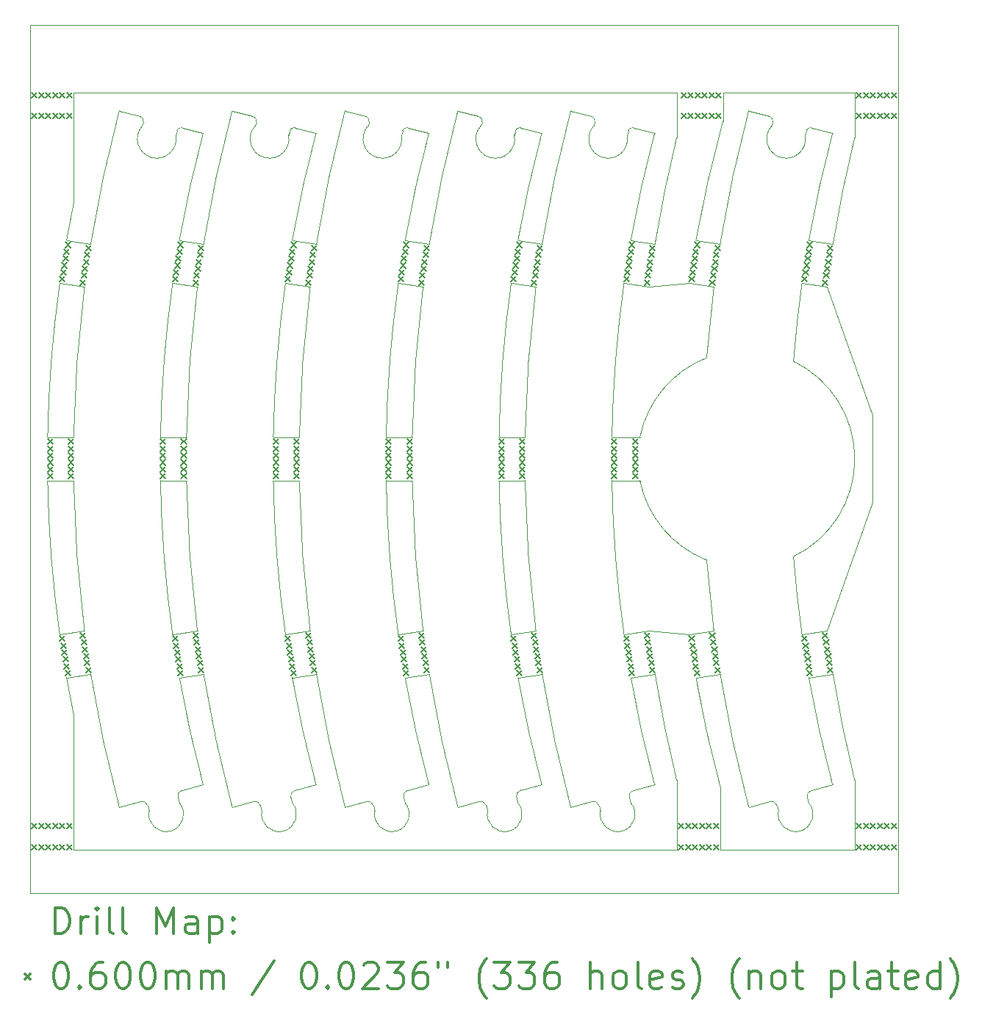
<source format=gbr>
%FSLAX45Y45*%
G04 Gerber Fmt 4.5, Leading zero omitted, Abs format (unit mm)*
G04 Created by KiCad (PCBNEW (5.1.10)-1) date 2021-11-24 21:39:01*
%MOMM*%
%LPD*%
G01*
G04 APERTURE LIST*
%TA.AperFunction,Profile*%
%ADD10C,0.050000*%
%TD*%
%ADD11C,0.200000*%
%ADD12C,0.300000*%
G04 APERTURE END LIST*
D10*
X5500661Y-7060137D02*
X5500000Y-5780000D01*
X5500000Y-14500000D02*
X5500662Y-12939863D01*
X12950000Y-14500000D02*
X12948298Y-13770458D01*
X12980000Y-5780000D02*
X12980963Y-6110268D01*
X12950000Y-14500000D02*
X14500000Y-14500000D01*
X12450000Y-14500000D02*
X12447729Y-13700558D01*
X12447729Y-13700558D02*
G75*
G02*
X12198377Y-12474939I15052271J3700558D01*
G01*
X12948298Y-13770458D02*
G75*
G02*
X12669991Y-12519001I14001702J3770458D01*
G01*
X12980000Y-5780000D02*
X14500000Y-5780000D01*
X12980963Y-6110268D02*
G75*
G03*
X12669991Y-7480998I13969037J-3889732D01*
G01*
X12447729Y-6299442D02*
G75*
G03*
X12198377Y-7525061I15052271J-3700558D01*
G01*
X12450000Y-5780000D02*
X12447729Y-6299442D01*
X14500000Y-14500000D02*
X14497729Y-13700558D01*
X14500000Y-5780000D02*
X14497729Y-6299442D01*
X15000000Y-5000000D02*
X15000000Y-15000000D01*
X5000000Y-5000000D02*
X15000000Y-5000000D01*
X5000000Y-15000000D02*
X5000000Y-5000000D01*
X15000000Y-15000000D02*
X5000000Y-15000000D01*
X5500000Y-14500000D02*
X12450000Y-14500000D01*
X5500000Y-5780000D02*
X12450000Y-5780000D01*
X14700000Y-9500000D02*
X14176489Y-8020063D01*
X14700000Y-10500000D02*
X14700000Y-9500000D01*
X14176489Y-11979937D02*
X14700000Y-10500000D01*
X14497729Y-6299442D02*
G75*
G03*
X14248377Y-7525061I15052271J-3700558D01*
G01*
X14497730Y-13700558D02*
G75*
G02*
X14248377Y-12474939I15052270J3700558D01*
G01*
X14176489Y-11979937D02*
X13891607Y-12024982D01*
X13793223Y-8874999D02*
G75*
G02*
X13891617Y-7974946I14456777J-1125001D01*
G01*
X13969991Y-7480998D02*
X14248377Y-7525061D01*
X13891607Y-12024982D02*
G75*
G02*
X13793223Y-11125001I14358393J2024982D01*
G01*
X13891617Y-7974946D02*
X14176489Y-8020063D01*
X14242963Y-13750590D02*
G75*
G02*
X13969992Y-12519001I14007037J3750590D01*
G01*
X14248377Y-12474939D02*
X13969991Y-12519001D01*
X13969991Y-7480998D02*
G75*
G02*
X14242963Y-6249410I14280009J-2519002D01*
G01*
X5626489Y-11979937D02*
X5341607Y-12024982D01*
X5501533Y-9749993D02*
G75*
G02*
X5626489Y-8020063I15498467J-250008D01*
G01*
X5201672Y-9749994D02*
G75*
G02*
X5341617Y-7974946I14498328J-250006D01*
G01*
X5419991Y-7480998D02*
X5698377Y-7525061D01*
X5341607Y-12024982D02*
G75*
G02*
X5201672Y-10250000I14358393J2024982D01*
G01*
X5626489Y-11979937D02*
G75*
G02*
X5501533Y-10250000I15373511J1979937D01*
G01*
X6027037Y-14009409D02*
G75*
G02*
X5698377Y-12474939I14972963J4009409D01*
G01*
X5341617Y-7974946D02*
X5626489Y-8020063D01*
X5501533Y-9749993D02*
X5201672Y-9749994D01*
X5500662Y-12939863D02*
G75*
G02*
X5419992Y-12519001I14199339J2939863D01*
G01*
X5698377Y-12474939D02*
X5419992Y-12519001D01*
X5201672Y-10250000D02*
X5501533Y-10250000D01*
X5698377Y-7525061D02*
G75*
G02*
X6027037Y-5990590I15301623J-2474939D01*
G01*
X5500661Y-7060137D02*
G75*
G03*
X5419991Y-7480998I14199339J-2939863D01*
G01*
X12591607Y-12024982D02*
X12126489Y-11979937D01*
X12591617Y-7974946D02*
X12126489Y-8020063D01*
X12023825Y-10250036D02*
G75*
G03*
X12793368Y-11165123I1226175J250036D01*
G01*
X12876489Y-11979937D02*
X12591607Y-12024982D01*
X12793368Y-8834877D02*
G75*
G02*
X12876489Y-8020063I15456632J-1165123D01*
G01*
X12669991Y-7480998D02*
X12948377Y-7525061D01*
X12876489Y-11979937D02*
G75*
G02*
X12793368Y-11165123I15373511J1979937D01*
G01*
X13277037Y-14009409D02*
G75*
G02*
X12948377Y-12474939I14972963J4009409D01*
G01*
X12591617Y-7974946D02*
X12876489Y-8020063D01*
X12948377Y-12474939D02*
X12669991Y-12519001D01*
X12948377Y-7525061D02*
G75*
G02*
X13277037Y-5990590I15301623J-2474939D01*
G01*
X12126489Y-11979937D02*
X11841607Y-12024982D01*
X11701672Y-9749994D02*
G75*
G02*
X11841617Y-7974946I14498328J-250006D01*
G01*
X11919991Y-7480998D02*
X12198377Y-7525061D01*
X11841607Y-12024982D02*
G75*
G02*
X11701672Y-10250000I14358393J2024982D01*
G01*
X11841617Y-7974946D02*
X12126489Y-8020063D01*
X12023811Y-9750030D02*
X11701672Y-9749994D01*
X12192963Y-13750590D02*
G75*
G02*
X11919992Y-12519001I14007037J3750590D01*
G01*
X12198377Y-12474939D02*
X11919991Y-12519001D01*
X11701672Y-10250000D02*
X12023825Y-10250036D01*
X11919991Y-7480998D02*
G75*
G02*
X12192963Y-6249410I14280009J-2519002D01*
G01*
X10826489Y-11979937D02*
X10541607Y-12024982D01*
X10701533Y-9749993D02*
G75*
G02*
X10826489Y-8020063I15498467J-250008D01*
G01*
X10401672Y-9749994D02*
G75*
G02*
X10541617Y-7974946I14498328J-250006D01*
G01*
X10619991Y-7480998D02*
X10898377Y-7525061D01*
X10541607Y-12024982D02*
G75*
G02*
X10401672Y-10250000I14358393J2024982D01*
G01*
X10826489Y-11979937D02*
G75*
G02*
X10701533Y-10250000I15373511J1979937D01*
G01*
X11227037Y-14009409D02*
G75*
G02*
X10898377Y-12474939I14972963J4009409D01*
G01*
X10541617Y-7974946D02*
X10826489Y-8020063D01*
X10701533Y-9749993D02*
X10401672Y-9749994D01*
X10892963Y-13750590D02*
G75*
G02*
X10619992Y-12519001I14007037J3750590D01*
G01*
X10898377Y-12474939D02*
X10619992Y-12519001D01*
X10401672Y-10250000D02*
X10701533Y-10250000D01*
X10898377Y-7525061D02*
G75*
G02*
X11227037Y-5990590I15301623J-2474939D01*
G01*
X10619991Y-7480998D02*
G75*
G02*
X10892963Y-6249410I14280009J-2519002D01*
G01*
X9526489Y-11979937D02*
X9241607Y-12024982D01*
X9401533Y-9749993D02*
G75*
G02*
X9526489Y-8020063I15498467J-250008D01*
G01*
X9101672Y-9749994D02*
G75*
G02*
X9241617Y-7974946I14498328J-250006D01*
G01*
X9319991Y-7480998D02*
X9598377Y-7525061D01*
X9241607Y-12024982D02*
G75*
G02*
X9101672Y-10250000I14358393J2024982D01*
G01*
X9526489Y-11979937D02*
G75*
G02*
X9401533Y-10250000I15373511J1979937D01*
G01*
X9927037Y-14009409D02*
G75*
G02*
X9598377Y-12474939I14972963J4009409D01*
G01*
X9241617Y-7974946D02*
X9526489Y-8020063D01*
X9401533Y-9749993D02*
X9101672Y-9749994D01*
X9592963Y-13750590D02*
G75*
G02*
X9319992Y-12519001I14007037J3750590D01*
G01*
X9598377Y-12474939D02*
X9319992Y-12519001D01*
X9101672Y-10250000D02*
X9401533Y-10250000D01*
X9598377Y-7525061D02*
G75*
G02*
X9927037Y-5990590I15301623J-2474939D01*
G01*
X9319991Y-7480998D02*
G75*
G02*
X9592963Y-6249410I14280009J-2519002D01*
G01*
X8226489Y-11979937D02*
X7941607Y-12024982D01*
X8101533Y-9749993D02*
G75*
G02*
X8226489Y-8020063I15498467J-250008D01*
G01*
X7801672Y-9749994D02*
G75*
G02*
X7941617Y-7974946I14498328J-250006D01*
G01*
X8019991Y-7480998D02*
X8298377Y-7525061D01*
X7941607Y-12024982D02*
G75*
G02*
X7801672Y-10250000I14358393J2024982D01*
G01*
X8226489Y-11979937D02*
G75*
G02*
X8101533Y-10250000I15373511J1979937D01*
G01*
X8627037Y-14009409D02*
G75*
G02*
X8298377Y-12474939I14972963J4009409D01*
G01*
X7941617Y-7974946D02*
X8226489Y-8020063D01*
X8101533Y-9749993D02*
X7801672Y-9749994D01*
X8292963Y-13750590D02*
G75*
G02*
X8019992Y-12519001I14007037J3750590D01*
G01*
X8298377Y-12474939D02*
X8019991Y-12519001D01*
X7801672Y-10250000D02*
X8101533Y-10250000D01*
X8298377Y-7525061D02*
G75*
G02*
X8627037Y-5990590I15301623J-2474939D01*
G01*
X8019991Y-7480998D02*
G75*
G02*
X8292963Y-6249410I14280009J-2519002D01*
G01*
X7327037Y-14009409D02*
G75*
G02*
X6998377Y-12474939I14972963J4009409D01*
G01*
X6992963Y-13750590D02*
G75*
G02*
X6719992Y-12519001I14007037J3750590D01*
G01*
X6998377Y-12474939D02*
X6719991Y-12519001D01*
X6926489Y-11979937D02*
X6641607Y-12024982D01*
X6926489Y-11979937D02*
G75*
G02*
X6801533Y-10250000I15373511J1979937D01*
G01*
X6641607Y-12024982D02*
G75*
G02*
X6501672Y-10250000I14358393J2024982D01*
G01*
X6501672Y-10250000D02*
X6801533Y-10250000D01*
X6801533Y-9749993D02*
G75*
G02*
X6926489Y-8020063I15498467J-250008D01*
G01*
X6501672Y-9749994D02*
G75*
G02*
X6641617Y-7974946I14498328J-250006D01*
G01*
X6641617Y-7974946D02*
X6926489Y-8020063D01*
X6719991Y-7480998D02*
X6998377Y-7525061D01*
X6801533Y-9749993D02*
X6501672Y-9749994D01*
X11877303Y-6268356D02*
G75*
G02*
X11490933Y-6164829I-219067J-44829D01*
G01*
X11890244Y-6220060D02*
X11877303Y-6268356D01*
X12192963Y-6249410D02*
X11951481Y-6184705D01*
X11468518Y-6055295D02*
X11227037Y-5990590D01*
X11890244Y-6220060D02*
G75*
G02*
X11951481Y-6184705I48296J-12941D01*
G01*
X11468518Y-6055295D02*
G75*
G02*
X11503874Y-6116532I-12941J-48296D01*
G01*
X11490933Y-6164829D02*
X11503874Y-6116532D01*
X11917513Y-13958983D02*
G75*
G02*
X11569780Y-14052158I-150573J-133521D01*
G01*
X11901984Y-13901027D02*
G75*
G02*
X11951481Y-13815295I67615J18117D01*
G01*
X11569780Y-14052158D02*
X11554251Y-13994202D01*
X11468518Y-13944705D02*
X11227037Y-14009410D01*
X11901984Y-13901027D02*
X11917513Y-13958983D01*
X11468518Y-13944705D02*
G75*
G02*
X11554251Y-13994202I18118J-67615D01*
G01*
X12192963Y-13750590D02*
X11951481Y-13815295D01*
X13793223Y-8874999D02*
G75*
G02*
X13793223Y-11125001I-543224J-1125001D01*
G01*
X12023811Y-9750030D02*
G75*
G02*
X12793368Y-8834877I1226189J-249970D01*
G01*
X6998377Y-7525061D02*
G75*
G02*
X7327037Y-5990590I15301623J-2474939D01*
G01*
X14242963Y-13750590D02*
X14001481Y-13815295D01*
X13619780Y-14052158D02*
X13604251Y-13994202D01*
X13951984Y-13901027D02*
X13967513Y-13958983D01*
X13518518Y-13944705D02*
G75*
G02*
X13604251Y-13994202I18118J-67615D01*
G01*
X13518518Y-13944705D02*
X13277037Y-14009410D01*
X13967513Y-13958983D02*
G75*
G02*
X13619780Y-14052158I-150573J-133521D01*
G01*
X13951984Y-13901027D02*
G75*
G02*
X14001481Y-13815295I67615J18117D01*
G01*
X10892963Y-13750590D02*
X10651482Y-13815295D01*
X10269780Y-14052158D02*
X10254251Y-13994202D01*
X10601984Y-13901027D02*
X10617513Y-13958983D01*
X10168518Y-13944705D02*
G75*
G02*
X10254251Y-13994202I18118J-67615D01*
G01*
X10168519Y-13944705D02*
X9927037Y-14009410D01*
X10617513Y-13958983D02*
G75*
G02*
X10269780Y-14052158I-150573J-133521D01*
G01*
X10601984Y-13901027D02*
G75*
G02*
X10651482Y-13815295I67615J18117D01*
G01*
X9592963Y-13750590D02*
X9351482Y-13815295D01*
X8969780Y-14052158D02*
X8954251Y-13994202D01*
X9301984Y-13901027D02*
X9317513Y-13958983D01*
X8868518Y-13944705D02*
G75*
G02*
X8954251Y-13994202I18118J-67615D01*
G01*
X8868519Y-13944705D02*
X8627037Y-14009410D01*
X9317513Y-13958983D02*
G75*
G02*
X8969780Y-14052158I-150573J-133521D01*
G01*
X9301984Y-13901027D02*
G75*
G02*
X9351482Y-13815295I67615J18117D01*
G01*
X8292963Y-13750590D02*
X8051481Y-13815295D01*
X7669780Y-14052158D02*
X7654251Y-13994202D01*
X8001984Y-13901027D02*
X8017513Y-13958983D01*
X7568518Y-13944705D02*
G75*
G02*
X7654251Y-13994202I18118J-67615D01*
G01*
X7568518Y-13944705D02*
X7327037Y-14009410D01*
X8017513Y-13958983D02*
G75*
G02*
X7669780Y-14052158I-150573J-133521D01*
G01*
X8001984Y-13901027D02*
G75*
G02*
X8051481Y-13815295I67615J18117D01*
G01*
X13940244Y-6220060D02*
X13927303Y-6268356D01*
X14242963Y-6249410D02*
X14001481Y-6184705D01*
X13540933Y-6164829D02*
X13553874Y-6116532D01*
X13927303Y-6268356D02*
G75*
G02*
X13540933Y-6164829I-219067J-44829D01*
G01*
X13518518Y-6055295D02*
X13277037Y-5990590D01*
X13940244Y-6220060D02*
G75*
G02*
X14001481Y-6184705I48296J-12941D01*
G01*
X13518518Y-6055295D02*
G75*
G02*
X13553874Y-6116532I-12941J-48296D01*
G01*
X10590244Y-6220060D02*
X10577303Y-6268356D01*
X10892963Y-6249410D02*
X10651482Y-6184705D01*
X10190933Y-6164829D02*
X10203874Y-6116532D01*
X10577303Y-6268356D02*
G75*
G02*
X10190933Y-6164829I-219067J-44829D01*
G01*
X10168519Y-6055295D02*
X9927037Y-5990590D01*
X10590244Y-6220060D02*
G75*
G02*
X10651482Y-6184705I48296J-12941D01*
G01*
X10168518Y-6055295D02*
G75*
G02*
X10203874Y-6116532I-12941J-48296D01*
G01*
X9290244Y-6220060D02*
X9277303Y-6268356D01*
X9592963Y-6249410D02*
X9351482Y-6184705D01*
X8890933Y-6164829D02*
X8903874Y-6116532D01*
X9277303Y-6268356D02*
G75*
G02*
X8890933Y-6164829I-219067J-44829D01*
G01*
X8868519Y-6055295D02*
X8627037Y-5990590D01*
X9290244Y-6220060D02*
G75*
G02*
X9351482Y-6184705I48296J-12941D01*
G01*
X8868518Y-6055295D02*
G75*
G02*
X8903874Y-6116532I-12941J-48296D01*
G01*
X7990244Y-6220060D02*
X7977303Y-6268356D01*
X8292963Y-6249410D02*
X8051481Y-6184705D01*
X7590933Y-6164829D02*
X7603874Y-6116532D01*
X7977303Y-6268356D02*
G75*
G02*
X7590933Y-6164829I-219067J-44829D01*
G01*
X7568518Y-6055295D02*
X7327037Y-5990590D01*
X7990244Y-6220060D02*
G75*
G02*
X8051481Y-6184705I48296J-12941D01*
G01*
X7568518Y-6055295D02*
G75*
G02*
X7603874Y-6116532I-12941J-48296D01*
G01*
X6717513Y-13958983D02*
G75*
G02*
X6369780Y-14052158I-150573J-133521D01*
G01*
X6268518Y-13944705D02*
X6027037Y-14009410D01*
X6268518Y-13944705D02*
G75*
G02*
X6354251Y-13994202I18118J-67615D01*
G01*
X6369780Y-14052158D02*
X6354251Y-13994202D01*
X6701984Y-13901027D02*
X6717513Y-13958983D01*
X6701984Y-13901027D02*
G75*
G02*
X6751481Y-13815295I67615J18117D01*
G01*
X6992963Y-13750590D02*
X6751481Y-13815295D01*
X6268518Y-6055295D02*
X6027037Y-5990590D01*
X6268518Y-6055295D02*
G75*
G02*
X6303874Y-6116532I-12941J-48296D01*
G01*
X6290933Y-6164829D02*
X6303874Y-6116532D01*
X6677303Y-6268356D02*
G75*
G02*
X6290933Y-6164829I-219067J-44829D01*
G01*
X6690244Y-6220060D02*
X6677303Y-6268356D01*
X6690244Y-6220060D02*
G75*
G02*
X6751481Y-6184705I48296J-12941D01*
G01*
X6992963Y-6249410D02*
X6751481Y-6184705D01*
X6719991Y-7480998D02*
G75*
G02*
X6992963Y-6249410I14280009J-2519002D01*
G01*
D11*
X5020000Y-5780000D02*
X5080000Y-5840000D01*
X5080000Y-5780000D02*
X5020000Y-5840000D01*
X5020000Y-6020000D02*
X5080000Y-6080000D01*
X5080000Y-6020000D02*
X5020000Y-6080000D01*
X5020000Y-14200000D02*
X5080000Y-14260000D01*
X5080000Y-14200000D02*
X5020000Y-14260000D01*
X5020000Y-14440000D02*
X5080000Y-14500000D01*
X5080000Y-14440000D02*
X5020000Y-14500000D01*
X5100000Y-5780000D02*
X5160000Y-5840000D01*
X5160000Y-5780000D02*
X5100000Y-5840000D01*
X5100000Y-6020000D02*
X5160000Y-6080000D01*
X5160000Y-6020000D02*
X5100000Y-6080000D01*
X5100000Y-14200000D02*
X5160000Y-14260000D01*
X5160000Y-14200000D02*
X5100000Y-14260000D01*
X5100000Y-14440000D02*
X5160000Y-14500000D01*
X5160000Y-14440000D02*
X5100000Y-14500000D01*
X5180000Y-5780000D02*
X5240000Y-5840000D01*
X5240000Y-5780000D02*
X5180000Y-5840000D01*
X5180000Y-6020000D02*
X5240000Y-6080000D01*
X5240000Y-6020000D02*
X5180000Y-6080000D01*
X5180000Y-14200000D02*
X5240000Y-14260000D01*
X5240000Y-14200000D02*
X5180000Y-14260000D01*
X5180000Y-14440000D02*
X5240000Y-14500000D01*
X5240000Y-14440000D02*
X5180000Y-14500000D01*
X5200000Y-9770000D02*
X5260000Y-9830000D01*
X5260000Y-9770000D02*
X5200000Y-9830000D01*
X5200000Y-9850000D02*
X5260000Y-9910000D01*
X5260000Y-9850000D02*
X5200000Y-9910000D01*
X5200000Y-9930000D02*
X5260000Y-9990000D01*
X5260000Y-9930000D02*
X5200000Y-9990000D01*
X5200000Y-10010000D02*
X5260000Y-10070000D01*
X5260000Y-10010000D02*
X5200000Y-10070000D01*
X5200000Y-10090000D02*
X5260000Y-10150000D01*
X5260000Y-10090000D02*
X5200000Y-10150000D01*
X5200000Y-10170000D02*
X5260000Y-10230000D01*
X5260000Y-10170000D02*
X5200000Y-10230000D01*
X5260000Y-5780000D02*
X5320000Y-5840000D01*
X5320000Y-5780000D02*
X5260000Y-5840000D01*
X5260000Y-6020000D02*
X5320000Y-6080000D01*
X5320000Y-6020000D02*
X5260000Y-6080000D01*
X5260000Y-14200000D02*
X5320000Y-14260000D01*
X5320000Y-14200000D02*
X5260000Y-14260000D01*
X5260000Y-14440000D02*
X5320000Y-14500000D01*
X5320000Y-14440000D02*
X5260000Y-14500000D01*
X5340000Y-5780000D02*
X5400000Y-5840000D01*
X5400000Y-5780000D02*
X5340000Y-5840000D01*
X5340000Y-6020000D02*
X5400000Y-6080000D01*
X5400000Y-6020000D02*
X5340000Y-6080000D01*
X5340000Y-14200000D02*
X5400000Y-14260000D01*
X5400000Y-14200000D02*
X5340000Y-14260000D01*
X5340000Y-14440000D02*
X5400000Y-14500000D01*
X5400000Y-14440000D02*
X5340000Y-14500000D01*
X5340191Y-7898765D02*
X5400191Y-7958765D01*
X5400191Y-7898765D02*
X5340191Y-7958765D01*
X5340191Y-12041234D02*
X5400191Y-12101234D01*
X5400191Y-12041234D02*
X5340191Y-12101234D01*
X5352705Y-7819750D02*
X5412705Y-7879750D01*
X5412705Y-7819750D02*
X5352705Y-7879750D01*
X5352705Y-12120249D02*
X5412705Y-12180249D01*
X5412705Y-12120249D02*
X5352705Y-12180249D01*
X5365220Y-7740735D02*
X5425220Y-7800735D01*
X5425220Y-7740735D02*
X5365220Y-7800735D01*
X5365220Y-12199265D02*
X5425220Y-12259265D01*
X5425220Y-12199265D02*
X5365220Y-12259265D01*
X5377735Y-7661720D02*
X5437735Y-7721720D01*
X5437735Y-7661720D02*
X5377735Y-7721720D01*
X5377735Y-12278280D02*
X5437735Y-12338280D01*
X5437735Y-12278280D02*
X5377735Y-12338280D01*
X5390250Y-7582705D02*
X5450250Y-7642705D01*
X5450250Y-7582705D02*
X5390250Y-7642705D01*
X5390250Y-12357295D02*
X5450250Y-12417295D01*
X5450250Y-12357295D02*
X5390250Y-12417295D01*
X5402764Y-7503690D02*
X5462764Y-7563690D01*
X5462764Y-7503690D02*
X5402764Y-7563690D01*
X5402764Y-12436310D02*
X5462764Y-12496310D01*
X5462764Y-12436310D02*
X5402764Y-12496310D01*
X5420000Y-5780000D02*
X5480000Y-5840000D01*
X5480000Y-5780000D02*
X5420000Y-5840000D01*
X5420000Y-6020000D02*
X5480000Y-6080000D01*
X5480000Y-6020000D02*
X5420000Y-6080000D01*
X5420000Y-14200000D02*
X5480000Y-14260000D01*
X5480000Y-14200000D02*
X5420000Y-14260000D01*
X5420000Y-14440000D02*
X5480000Y-14500000D01*
X5480000Y-14440000D02*
X5420000Y-14500000D01*
X5440000Y-9770000D02*
X5500000Y-9830000D01*
X5500000Y-9770000D02*
X5440000Y-9830000D01*
X5440000Y-9850000D02*
X5500000Y-9910000D01*
X5500000Y-9850000D02*
X5440000Y-9910000D01*
X5440000Y-9930000D02*
X5500000Y-9990000D01*
X5500000Y-9930000D02*
X5440000Y-9990000D01*
X5440000Y-10010000D02*
X5500000Y-10070000D01*
X5500000Y-10010000D02*
X5440000Y-10070000D01*
X5440000Y-10090000D02*
X5500000Y-10150000D01*
X5500000Y-10090000D02*
X5440000Y-10150000D01*
X5440000Y-10170000D02*
X5500000Y-10230000D01*
X5500000Y-10170000D02*
X5440000Y-10230000D01*
X5577236Y-7936310D02*
X5637236Y-7996310D01*
X5637236Y-7936310D02*
X5577236Y-7996310D01*
X5577236Y-12003690D02*
X5637236Y-12063690D01*
X5637236Y-12003690D02*
X5577236Y-12063690D01*
X5589751Y-7857295D02*
X5649750Y-7917295D01*
X5649750Y-7857295D02*
X5589751Y-7917295D01*
X5589751Y-12082705D02*
X5649750Y-12142705D01*
X5649750Y-12082705D02*
X5589751Y-12142705D01*
X5602265Y-7778280D02*
X5662265Y-7838280D01*
X5662265Y-7778280D02*
X5602265Y-7838280D01*
X5602265Y-12161720D02*
X5662265Y-12221720D01*
X5662265Y-12161720D02*
X5602265Y-12221720D01*
X5614780Y-7699265D02*
X5674780Y-7759265D01*
X5674780Y-7699265D02*
X5614780Y-7759265D01*
X5614780Y-12240735D02*
X5674780Y-12300735D01*
X5674780Y-12240735D02*
X5614780Y-12300735D01*
X5627295Y-7620249D02*
X5687295Y-7680249D01*
X5687295Y-7620249D02*
X5627295Y-7680249D01*
X5627295Y-12319750D02*
X5687295Y-12379750D01*
X5687295Y-12319750D02*
X5627295Y-12379750D01*
X5639809Y-7541234D02*
X5699809Y-7601234D01*
X5699809Y-7541234D02*
X5639809Y-7601234D01*
X5639809Y-12398765D02*
X5699809Y-12458765D01*
X5699809Y-12398765D02*
X5639809Y-12458765D01*
X6500000Y-9770000D02*
X6560000Y-9830000D01*
X6560000Y-9770000D02*
X6500000Y-9830000D01*
X6500000Y-9850000D02*
X6560000Y-9910000D01*
X6560000Y-9850000D02*
X6500000Y-9910000D01*
X6500000Y-9930000D02*
X6560000Y-9990000D01*
X6560000Y-9930000D02*
X6500000Y-9990000D01*
X6500000Y-10010000D02*
X6560000Y-10070000D01*
X6560000Y-10010000D02*
X6500000Y-10070000D01*
X6500000Y-10090000D02*
X6560000Y-10150000D01*
X6560000Y-10090000D02*
X6500000Y-10150000D01*
X6500000Y-10170000D02*
X6560000Y-10230000D01*
X6560000Y-10170000D02*
X6500000Y-10230000D01*
X6640190Y-7898765D02*
X6700190Y-7958765D01*
X6700190Y-7898765D02*
X6640190Y-7958765D01*
X6640190Y-12041234D02*
X6700190Y-12101234D01*
X6700190Y-12041234D02*
X6640190Y-12101234D01*
X6652705Y-7819750D02*
X6712705Y-7879750D01*
X6712705Y-7819750D02*
X6652705Y-7879750D01*
X6652705Y-12120249D02*
X6712705Y-12180249D01*
X6712705Y-12120249D02*
X6652705Y-12180249D01*
X6665220Y-7740735D02*
X6725220Y-7800735D01*
X6725220Y-7740735D02*
X6665220Y-7800735D01*
X6665220Y-12199265D02*
X6725220Y-12259265D01*
X6725220Y-12199265D02*
X6665220Y-12259265D01*
X6677735Y-7661720D02*
X6737735Y-7721720D01*
X6737735Y-7661720D02*
X6677735Y-7721720D01*
X6677735Y-12278280D02*
X6737735Y-12338280D01*
X6737735Y-12278280D02*
X6677735Y-12338280D01*
X6690249Y-7582705D02*
X6750249Y-7642705D01*
X6750249Y-7582705D02*
X6690249Y-7642705D01*
X6690249Y-12357295D02*
X6750249Y-12417295D01*
X6750249Y-12357295D02*
X6690249Y-12417295D01*
X6702764Y-7503690D02*
X6762764Y-7563690D01*
X6762764Y-7503690D02*
X6702764Y-7563690D01*
X6702764Y-12436310D02*
X6762764Y-12496310D01*
X6762764Y-12436310D02*
X6702764Y-12496310D01*
X6740000Y-9770000D02*
X6800000Y-9830000D01*
X6800000Y-9770000D02*
X6740000Y-9830000D01*
X6740000Y-9850000D02*
X6800000Y-9910000D01*
X6800000Y-9850000D02*
X6740000Y-9910000D01*
X6740000Y-9930000D02*
X6800000Y-9990000D01*
X6800000Y-9930000D02*
X6740000Y-9990000D01*
X6740000Y-10010000D02*
X6800000Y-10070000D01*
X6800000Y-10010000D02*
X6740000Y-10070000D01*
X6740000Y-10090000D02*
X6800000Y-10150000D01*
X6800000Y-10090000D02*
X6740000Y-10150000D01*
X6740000Y-10170000D02*
X6800000Y-10230000D01*
X6800000Y-10170000D02*
X6740000Y-10230000D01*
X6877236Y-7936310D02*
X6937236Y-7996310D01*
X6937236Y-7936310D02*
X6877236Y-7996310D01*
X6877236Y-12003690D02*
X6937236Y-12063690D01*
X6937236Y-12003690D02*
X6877236Y-12063690D01*
X6889750Y-7857295D02*
X6949750Y-7917295D01*
X6949750Y-7857295D02*
X6889750Y-7917295D01*
X6889750Y-12082705D02*
X6949750Y-12142705D01*
X6949750Y-12082705D02*
X6889750Y-12142705D01*
X6902265Y-7778280D02*
X6962265Y-7838280D01*
X6962265Y-7778280D02*
X6902265Y-7838280D01*
X6902265Y-12161720D02*
X6962265Y-12221720D01*
X6962265Y-12161720D02*
X6902265Y-12221720D01*
X6914780Y-7699265D02*
X6974780Y-7759265D01*
X6974780Y-7699265D02*
X6914780Y-7759265D01*
X6914780Y-12240735D02*
X6974780Y-12300735D01*
X6974780Y-12240735D02*
X6914780Y-12300735D01*
X6927295Y-7620249D02*
X6987295Y-7680249D01*
X6987295Y-7620249D02*
X6927295Y-7680249D01*
X6927295Y-12319750D02*
X6987295Y-12379750D01*
X6987295Y-12319750D02*
X6927295Y-12379750D01*
X6939809Y-7541234D02*
X6999809Y-7601234D01*
X6999809Y-7541234D02*
X6939809Y-7601234D01*
X6939809Y-12398765D02*
X6999809Y-12458765D01*
X6999809Y-12398765D02*
X6939809Y-12458765D01*
X7800000Y-9770000D02*
X7860000Y-9830000D01*
X7860000Y-9770000D02*
X7800000Y-9830000D01*
X7800000Y-9850000D02*
X7860000Y-9910000D01*
X7860000Y-9850000D02*
X7800000Y-9910000D01*
X7800000Y-9930000D02*
X7860000Y-9990000D01*
X7860000Y-9930000D02*
X7800000Y-9990000D01*
X7800000Y-10010000D02*
X7860000Y-10070000D01*
X7860000Y-10010000D02*
X7800000Y-10070000D01*
X7800000Y-10090000D02*
X7860000Y-10150000D01*
X7860000Y-10090000D02*
X7800000Y-10150000D01*
X7800000Y-10170000D02*
X7860000Y-10230000D01*
X7860000Y-10170000D02*
X7800000Y-10230000D01*
X7940190Y-7898765D02*
X8000190Y-7958765D01*
X8000190Y-7898765D02*
X7940190Y-7958765D01*
X7940190Y-12041234D02*
X8000190Y-12101234D01*
X8000190Y-12041234D02*
X7940190Y-12101234D01*
X7952705Y-7819750D02*
X8012705Y-7879750D01*
X8012705Y-7819750D02*
X7952705Y-7879750D01*
X7952705Y-12120249D02*
X8012705Y-12180249D01*
X8012705Y-12120249D02*
X7952705Y-12180249D01*
X7965220Y-7740735D02*
X8025220Y-7800735D01*
X8025220Y-7740735D02*
X7965220Y-7800735D01*
X7965220Y-12199265D02*
X8025220Y-12259265D01*
X8025220Y-12199265D02*
X7965220Y-12259265D01*
X7977735Y-7661720D02*
X8037735Y-7721720D01*
X8037735Y-7661720D02*
X7977735Y-7721720D01*
X7977735Y-12278280D02*
X8037735Y-12338280D01*
X8037735Y-12278280D02*
X7977735Y-12338280D01*
X7990249Y-7582705D02*
X8050249Y-7642705D01*
X8050249Y-7582705D02*
X7990249Y-7642705D01*
X7990249Y-12357295D02*
X8050249Y-12417295D01*
X8050249Y-12357295D02*
X7990249Y-12417295D01*
X8002764Y-7503690D02*
X8062764Y-7563690D01*
X8062764Y-7503690D02*
X8002764Y-7563690D01*
X8002764Y-12436310D02*
X8062764Y-12496310D01*
X8062764Y-12436310D02*
X8002764Y-12496310D01*
X8040000Y-9770000D02*
X8100000Y-9830000D01*
X8100000Y-9770000D02*
X8040000Y-9830000D01*
X8040000Y-9850000D02*
X8100000Y-9910000D01*
X8100000Y-9850000D02*
X8040000Y-9910000D01*
X8040000Y-9930000D02*
X8100000Y-9990000D01*
X8100000Y-9930000D02*
X8040000Y-9990000D01*
X8040000Y-10010000D02*
X8100000Y-10070000D01*
X8100000Y-10010000D02*
X8040000Y-10070000D01*
X8040000Y-10090000D02*
X8100000Y-10150000D01*
X8100000Y-10090000D02*
X8040000Y-10150000D01*
X8040000Y-10170000D02*
X8100000Y-10230000D01*
X8100000Y-10170000D02*
X8040000Y-10230000D01*
X8177236Y-7936310D02*
X8237236Y-7996310D01*
X8237236Y-7936310D02*
X8177236Y-7996310D01*
X8177236Y-12003690D02*
X8237236Y-12063690D01*
X8237236Y-12003690D02*
X8177236Y-12063690D01*
X8189750Y-7857295D02*
X8249750Y-7917295D01*
X8249750Y-7857295D02*
X8189750Y-7917295D01*
X8189750Y-12082705D02*
X8249750Y-12142705D01*
X8249750Y-12082705D02*
X8189750Y-12142705D01*
X8202265Y-7778280D02*
X8262265Y-7838280D01*
X8262265Y-7778280D02*
X8202265Y-7838280D01*
X8202265Y-12161720D02*
X8262265Y-12221720D01*
X8262265Y-12161720D02*
X8202265Y-12221720D01*
X8214780Y-7699265D02*
X8274780Y-7759265D01*
X8274780Y-7699265D02*
X8214780Y-7759265D01*
X8214780Y-12240735D02*
X8274780Y-12300735D01*
X8274780Y-12240735D02*
X8214780Y-12300735D01*
X8227295Y-7620249D02*
X8287295Y-7680249D01*
X8287295Y-7620249D02*
X8227295Y-7680249D01*
X8227295Y-12319750D02*
X8287295Y-12379750D01*
X8287295Y-12319750D02*
X8227295Y-12379750D01*
X8239809Y-7541234D02*
X8299809Y-7601234D01*
X8299809Y-7541234D02*
X8239809Y-7601234D01*
X8239809Y-12398765D02*
X8299809Y-12458765D01*
X8299809Y-12398765D02*
X8239809Y-12458765D01*
X9100000Y-9770000D02*
X9160000Y-9830000D01*
X9160000Y-9770000D02*
X9100000Y-9830000D01*
X9100000Y-9850000D02*
X9160000Y-9910000D01*
X9160000Y-9850000D02*
X9100000Y-9910000D01*
X9100000Y-9930000D02*
X9160000Y-9990000D01*
X9160000Y-9930000D02*
X9100000Y-9990000D01*
X9100000Y-10010000D02*
X9160000Y-10070000D01*
X9160000Y-10010000D02*
X9100000Y-10070000D01*
X9100000Y-10090000D02*
X9160000Y-10150000D01*
X9160000Y-10090000D02*
X9100000Y-10150000D01*
X9100000Y-10170000D02*
X9160000Y-10230000D01*
X9160000Y-10170000D02*
X9100000Y-10230000D01*
X9240191Y-7898765D02*
X9300191Y-7958765D01*
X9300191Y-7898765D02*
X9240191Y-7958765D01*
X9240191Y-12041234D02*
X9300191Y-12101234D01*
X9300191Y-12041234D02*
X9240191Y-12101234D01*
X9252705Y-7819750D02*
X9312705Y-7879750D01*
X9312705Y-7819750D02*
X9252705Y-7879750D01*
X9252705Y-12120249D02*
X9312705Y-12180249D01*
X9312705Y-12120249D02*
X9252705Y-12180249D01*
X9265220Y-7740735D02*
X9325220Y-7800735D01*
X9325220Y-7740735D02*
X9265220Y-7800735D01*
X9265220Y-12199265D02*
X9325220Y-12259265D01*
X9325220Y-12199265D02*
X9265220Y-12259265D01*
X9277735Y-7661720D02*
X9337735Y-7721720D01*
X9337735Y-7661720D02*
X9277735Y-7721720D01*
X9277735Y-12278280D02*
X9337735Y-12338280D01*
X9337735Y-12278280D02*
X9277735Y-12338280D01*
X9290250Y-7582705D02*
X9350250Y-7642705D01*
X9350250Y-7582705D02*
X9290250Y-7642705D01*
X9290250Y-12357295D02*
X9350250Y-12417295D01*
X9350250Y-12357295D02*
X9290250Y-12417295D01*
X9302764Y-7503690D02*
X9362764Y-7563690D01*
X9362764Y-7503690D02*
X9302764Y-7563690D01*
X9302764Y-12436310D02*
X9362764Y-12496310D01*
X9362764Y-12436310D02*
X9302764Y-12496310D01*
X9340000Y-9770000D02*
X9400000Y-9830000D01*
X9400000Y-9770000D02*
X9340000Y-9830000D01*
X9340000Y-9850000D02*
X9400000Y-9910000D01*
X9400000Y-9850000D02*
X9340000Y-9910000D01*
X9340000Y-9930000D02*
X9400000Y-9990000D01*
X9400000Y-9930000D02*
X9340000Y-9990000D01*
X9340000Y-10010000D02*
X9400000Y-10070000D01*
X9400000Y-10010000D02*
X9340000Y-10070000D01*
X9340000Y-10090000D02*
X9400000Y-10150000D01*
X9400000Y-10090000D02*
X9340000Y-10150000D01*
X9340000Y-10170000D02*
X9400000Y-10230000D01*
X9400000Y-10170000D02*
X9340000Y-10230000D01*
X9477236Y-7936310D02*
X9537236Y-7996310D01*
X9537236Y-7936310D02*
X9477236Y-7996310D01*
X9477236Y-12003690D02*
X9537236Y-12063690D01*
X9537236Y-12003690D02*
X9477236Y-12063690D01*
X9489751Y-7857295D02*
X9549751Y-7917295D01*
X9549751Y-7857295D02*
X9489751Y-7917295D01*
X9489751Y-12082705D02*
X9549751Y-12142705D01*
X9549751Y-12082705D02*
X9489751Y-12142705D01*
X9502265Y-7778280D02*
X9562265Y-7838280D01*
X9562265Y-7778280D02*
X9502265Y-7838280D01*
X9502265Y-12161720D02*
X9562265Y-12221720D01*
X9562265Y-12161720D02*
X9502265Y-12221720D01*
X9514780Y-7699265D02*
X9574780Y-7759265D01*
X9574780Y-7699265D02*
X9514780Y-7759265D01*
X9514780Y-12240735D02*
X9574780Y-12300735D01*
X9574780Y-12240735D02*
X9514780Y-12300735D01*
X9527295Y-7620249D02*
X9587295Y-7680249D01*
X9587295Y-7620249D02*
X9527295Y-7680249D01*
X9527295Y-12319750D02*
X9587295Y-12379750D01*
X9587295Y-12319750D02*
X9527295Y-12379750D01*
X9539810Y-7541234D02*
X9599810Y-7601234D01*
X9599810Y-7541234D02*
X9539810Y-7601234D01*
X9539810Y-12398765D02*
X9599810Y-12458765D01*
X9599810Y-12398765D02*
X9539810Y-12458765D01*
X10400000Y-9770000D02*
X10460000Y-9830000D01*
X10460000Y-9770000D02*
X10400000Y-9830000D01*
X10400000Y-9850000D02*
X10460000Y-9910000D01*
X10460000Y-9850000D02*
X10400000Y-9910000D01*
X10400000Y-9930000D02*
X10460000Y-9990000D01*
X10460000Y-9930000D02*
X10400000Y-9990000D01*
X10400000Y-10010000D02*
X10460000Y-10070000D01*
X10460000Y-10010000D02*
X10400000Y-10070000D01*
X10400000Y-10090000D02*
X10460000Y-10150000D01*
X10460000Y-10090000D02*
X10400000Y-10150000D01*
X10400000Y-10170000D02*
X10460000Y-10230000D01*
X10460000Y-10170000D02*
X10400000Y-10230000D01*
X10540191Y-7898765D02*
X10600191Y-7958765D01*
X10600191Y-7898765D02*
X10540191Y-7958765D01*
X10540191Y-12041234D02*
X10600191Y-12101234D01*
X10600191Y-12041234D02*
X10540191Y-12101234D01*
X10552705Y-7819750D02*
X10612705Y-7879750D01*
X10612705Y-7819750D02*
X10552705Y-7879750D01*
X10552705Y-12120249D02*
X10612705Y-12180249D01*
X10612705Y-12120249D02*
X10552705Y-12180249D01*
X10565220Y-7740735D02*
X10625220Y-7800735D01*
X10625220Y-7740735D02*
X10565220Y-7800735D01*
X10565220Y-12199265D02*
X10625220Y-12259265D01*
X10625220Y-12199265D02*
X10565220Y-12259265D01*
X10577735Y-7661720D02*
X10637735Y-7721720D01*
X10637735Y-7661720D02*
X10577735Y-7721720D01*
X10577735Y-12278280D02*
X10637735Y-12338280D01*
X10637735Y-12278280D02*
X10577735Y-12338280D01*
X10590250Y-7582705D02*
X10650250Y-7642705D01*
X10650250Y-7582705D02*
X10590250Y-7642705D01*
X10590250Y-12357295D02*
X10650250Y-12417295D01*
X10650250Y-12357295D02*
X10590250Y-12417295D01*
X10602764Y-7503690D02*
X10662764Y-7563690D01*
X10662764Y-7503690D02*
X10602764Y-7563690D01*
X10602764Y-12436310D02*
X10662764Y-12496310D01*
X10662764Y-12436310D02*
X10602764Y-12496310D01*
X10640000Y-9770000D02*
X10700000Y-9830000D01*
X10700000Y-9770000D02*
X10640000Y-9830000D01*
X10640000Y-9850000D02*
X10700000Y-9910000D01*
X10700000Y-9850000D02*
X10640000Y-9910000D01*
X10640000Y-9930000D02*
X10700000Y-9990000D01*
X10700000Y-9930000D02*
X10640000Y-9990000D01*
X10640000Y-10010000D02*
X10700000Y-10070000D01*
X10700000Y-10010000D02*
X10640000Y-10070000D01*
X10640000Y-10090000D02*
X10700000Y-10150000D01*
X10700000Y-10090000D02*
X10640000Y-10150000D01*
X10640000Y-10170000D02*
X10700000Y-10230000D01*
X10700000Y-10170000D02*
X10640000Y-10230000D01*
X10777236Y-7936310D02*
X10837236Y-7996310D01*
X10837236Y-7936310D02*
X10777236Y-7996310D01*
X10777236Y-12003690D02*
X10837236Y-12063690D01*
X10837236Y-12003690D02*
X10777236Y-12063690D01*
X10789751Y-7857295D02*
X10849751Y-7917295D01*
X10849751Y-7857295D02*
X10789751Y-7917295D01*
X10789751Y-12082705D02*
X10849751Y-12142705D01*
X10849751Y-12082705D02*
X10789751Y-12142705D01*
X10802265Y-7778280D02*
X10862265Y-7838280D01*
X10862265Y-7778280D02*
X10802265Y-7838280D01*
X10802265Y-12161720D02*
X10862265Y-12221720D01*
X10862265Y-12161720D02*
X10802265Y-12221720D01*
X10814780Y-7699265D02*
X10874780Y-7759265D01*
X10874780Y-7699265D02*
X10814780Y-7759265D01*
X10814780Y-12240735D02*
X10874780Y-12300735D01*
X10874780Y-12240735D02*
X10814780Y-12300735D01*
X10827295Y-7620249D02*
X10887295Y-7680249D01*
X10887295Y-7620249D02*
X10827295Y-7680249D01*
X10827295Y-12319750D02*
X10887295Y-12379750D01*
X10887295Y-12319750D02*
X10827295Y-12379750D01*
X10839810Y-7541234D02*
X10899810Y-7601234D01*
X10899810Y-7541234D02*
X10839810Y-7601234D01*
X10839810Y-12398765D02*
X10899810Y-12458765D01*
X10899810Y-12398765D02*
X10839810Y-12458765D01*
X11700000Y-9770000D02*
X11760000Y-9830000D01*
X11760000Y-9770000D02*
X11700000Y-9830000D01*
X11700000Y-9850000D02*
X11760000Y-9910000D01*
X11760000Y-9850000D02*
X11700000Y-9910000D01*
X11700000Y-9930000D02*
X11760000Y-9990000D01*
X11760000Y-9930000D02*
X11700000Y-9990000D01*
X11700000Y-10010000D02*
X11760000Y-10070000D01*
X11760000Y-10010000D02*
X11700000Y-10070000D01*
X11700000Y-10090000D02*
X11760000Y-10150000D01*
X11760000Y-10090000D02*
X11700000Y-10150000D01*
X11700000Y-10170000D02*
X11760000Y-10230000D01*
X11760000Y-10170000D02*
X11700000Y-10230000D01*
X11840190Y-7898765D02*
X11900190Y-7958765D01*
X11900190Y-7898765D02*
X11840190Y-7958765D01*
X11840190Y-12041234D02*
X11900190Y-12101234D01*
X11900190Y-12041234D02*
X11840190Y-12101234D01*
X11852705Y-7819750D02*
X11912705Y-7879750D01*
X11912705Y-7819750D02*
X11852705Y-7879750D01*
X11852705Y-12120249D02*
X11912705Y-12180249D01*
X11912705Y-12120249D02*
X11852705Y-12180249D01*
X11865220Y-7740735D02*
X11925220Y-7800735D01*
X11925220Y-7740735D02*
X11865220Y-7800735D01*
X11865220Y-12199265D02*
X11925220Y-12259265D01*
X11925220Y-12199265D02*
X11865220Y-12259265D01*
X11877735Y-7661720D02*
X11937735Y-7721720D01*
X11937735Y-7661720D02*
X11877735Y-7721720D01*
X11877735Y-12278280D02*
X11937735Y-12338280D01*
X11937735Y-12278280D02*
X11877735Y-12338280D01*
X11890249Y-7582705D02*
X11950249Y-7642705D01*
X11950249Y-7582705D02*
X11890249Y-7642705D01*
X11890249Y-12357295D02*
X11950249Y-12417295D01*
X11950249Y-12357295D02*
X11890249Y-12417295D01*
X11902764Y-7503690D02*
X11962764Y-7563690D01*
X11962764Y-7503690D02*
X11902764Y-7563690D01*
X11902764Y-12436310D02*
X11962764Y-12496310D01*
X11962764Y-12436310D02*
X11902764Y-12496310D01*
X11940000Y-9770000D02*
X12000000Y-9830000D01*
X12000000Y-9770000D02*
X11940000Y-9830000D01*
X11940000Y-9850000D02*
X12000000Y-9910000D01*
X12000000Y-9850000D02*
X11940000Y-9910000D01*
X11940000Y-9930000D02*
X12000000Y-9990000D01*
X12000000Y-9930000D02*
X11940000Y-9990000D01*
X11940000Y-10010000D02*
X12000000Y-10070000D01*
X12000000Y-10010000D02*
X11940000Y-10070000D01*
X11940000Y-10090000D02*
X12000000Y-10150000D01*
X12000000Y-10090000D02*
X11940000Y-10150000D01*
X11940000Y-10170000D02*
X12000000Y-10230000D01*
X12000000Y-10170000D02*
X11940000Y-10230000D01*
X12077236Y-7936310D02*
X12137236Y-7996310D01*
X12137236Y-7936310D02*
X12077236Y-7996310D01*
X12077236Y-12003690D02*
X12137236Y-12063690D01*
X12137236Y-12003690D02*
X12077236Y-12063690D01*
X12089750Y-7857295D02*
X12149750Y-7917295D01*
X12149750Y-7857295D02*
X12089750Y-7917295D01*
X12089750Y-12082705D02*
X12149750Y-12142705D01*
X12149750Y-12082705D02*
X12089750Y-12142705D01*
X12102265Y-7778280D02*
X12162265Y-7838280D01*
X12162265Y-7778280D02*
X12102265Y-7838280D01*
X12102265Y-12161720D02*
X12162265Y-12221720D01*
X12162265Y-12161720D02*
X12102265Y-12221720D01*
X12114780Y-7699265D02*
X12174780Y-7759265D01*
X12174780Y-7699265D02*
X12114780Y-7759265D01*
X12114780Y-12240735D02*
X12174780Y-12300735D01*
X12174780Y-12240735D02*
X12114780Y-12300735D01*
X12127295Y-7620249D02*
X12187295Y-7680249D01*
X12187295Y-7620249D02*
X12127295Y-7680249D01*
X12127295Y-12319750D02*
X12187295Y-12379750D01*
X12187295Y-12319750D02*
X12127295Y-12379750D01*
X12139809Y-7541234D02*
X12199809Y-7601234D01*
X12199809Y-7541234D02*
X12139809Y-7601234D01*
X12139809Y-12398765D02*
X12199809Y-12458765D01*
X12199809Y-12398765D02*
X12139809Y-12458765D01*
X12470000Y-14200000D02*
X12530000Y-14260000D01*
X12530000Y-14200000D02*
X12470000Y-14260000D01*
X12470000Y-14440000D02*
X12530000Y-14500000D01*
X12530000Y-14440000D02*
X12470000Y-14500000D01*
X12500000Y-5780000D02*
X12560000Y-5840000D01*
X12560000Y-5780000D02*
X12500000Y-5840000D01*
X12500000Y-6020000D02*
X12560000Y-6080000D01*
X12560000Y-6020000D02*
X12500000Y-6080000D01*
X12550000Y-14200000D02*
X12610000Y-14260000D01*
X12610000Y-14200000D02*
X12550000Y-14260000D01*
X12550000Y-14440000D02*
X12610000Y-14500000D01*
X12610000Y-14440000D02*
X12550000Y-14500000D01*
X12580000Y-5780000D02*
X12640000Y-5840000D01*
X12640000Y-5780000D02*
X12580000Y-5840000D01*
X12580000Y-6020000D02*
X12640000Y-6080000D01*
X12640000Y-6020000D02*
X12580000Y-6080000D01*
X12590190Y-7898765D02*
X12650190Y-7958765D01*
X12650190Y-7898765D02*
X12590190Y-7958765D01*
X12590190Y-12041234D02*
X12650190Y-12101234D01*
X12650190Y-12041234D02*
X12590190Y-12101234D01*
X12602705Y-7819750D02*
X12662705Y-7879750D01*
X12662705Y-7819750D02*
X12602705Y-7879750D01*
X12602705Y-12120249D02*
X12662705Y-12180249D01*
X12662705Y-12120249D02*
X12602705Y-12180249D01*
X12615220Y-7740735D02*
X12675220Y-7800735D01*
X12675220Y-7740735D02*
X12615220Y-7800735D01*
X12615220Y-12199265D02*
X12675220Y-12259265D01*
X12675220Y-12199265D02*
X12615220Y-12259265D01*
X12627735Y-7661720D02*
X12687735Y-7721720D01*
X12687735Y-7661720D02*
X12627735Y-7721720D01*
X12627735Y-12278280D02*
X12687735Y-12338280D01*
X12687735Y-12278280D02*
X12627735Y-12338280D01*
X12630000Y-14200000D02*
X12690000Y-14260000D01*
X12690000Y-14200000D02*
X12630000Y-14260000D01*
X12630000Y-14440000D02*
X12690000Y-14500000D01*
X12690000Y-14440000D02*
X12630000Y-14500000D01*
X12640249Y-7582705D02*
X12700249Y-7642705D01*
X12700249Y-7582705D02*
X12640249Y-7642705D01*
X12640249Y-12357295D02*
X12700249Y-12417295D01*
X12700249Y-12357295D02*
X12640249Y-12417295D01*
X12652764Y-7503690D02*
X12712764Y-7563690D01*
X12712764Y-7503690D02*
X12652764Y-7563690D01*
X12652764Y-12436310D02*
X12712764Y-12496310D01*
X12712764Y-12436310D02*
X12652764Y-12496310D01*
X12660000Y-5780000D02*
X12720000Y-5840000D01*
X12720000Y-5780000D02*
X12660000Y-5840000D01*
X12660000Y-6020000D02*
X12720000Y-6080000D01*
X12720000Y-6020000D02*
X12660000Y-6080000D01*
X12710000Y-14200000D02*
X12770000Y-14260000D01*
X12770000Y-14200000D02*
X12710000Y-14260000D01*
X12710000Y-14440000D02*
X12770000Y-14500000D01*
X12770000Y-14440000D02*
X12710000Y-14500000D01*
X12740000Y-5780000D02*
X12800000Y-5840000D01*
X12800000Y-5780000D02*
X12740000Y-5840000D01*
X12740000Y-6020000D02*
X12800000Y-6080000D01*
X12800000Y-6020000D02*
X12740000Y-6080000D01*
X12790000Y-14200000D02*
X12850000Y-14260000D01*
X12850000Y-14200000D02*
X12790000Y-14260000D01*
X12790000Y-14440000D02*
X12850000Y-14500000D01*
X12850000Y-14440000D02*
X12790000Y-14500000D01*
X12820000Y-5780000D02*
X12880000Y-5840000D01*
X12880000Y-5780000D02*
X12820000Y-5840000D01*
X12820000Y-6020000D02*
X12880000Y-6080000D01*
X12880000Y-6020000D02*
X12820000Y-6080000D01*
X12827236Y-7936310D02*
X12887236Y-7996310D01*
X12887236Y-7936310D02*
X12827236Y-7996310D01*
X12827236Y-12003690D02*
X12887236Y-12063690D01*
X12887236Y-12003690D02*
X12827236Y-12063690D01*
X12839750Y-7857295D02*
X12899750Y-7917295D01*
X12899750Y-7857295D02*
X12839750Y-7917295D01*
X12839750Y-12082705D02*
X12899750Y-12142705D01*
X12899750Y-12082705D02*
X12839750Y-12142705D01*
X12852265Y-7778280D02*
X12912265Y-7838280D01*
X12912265Y-7778280D02*
X12852265Y-7838280D01*
X12852265Y-12161720D02*
X12912265Y-12221720D01*
X12912265Y-12161720D02*
X12852265Y-12221720D01*
X12864780Y-7699265D02*
X12924780Y-7759265D01*
X12924780Y-7699265D02*
X12864780Y-7759265D01*
X12864780Y-12240735D02*
X12924780Y-12300735D01*
X12924780Y-12240735D02*
X12864780Y-12300735D01*
X12870000Y-14200000D02*
X12930000Y-14260000D01*
X12930000Y-14200000D02*
X12870000Y-14260000D01*
X12870000Y-14440000D02*
X12930000Y-14500000D01*
X12930000Y-14440000D02*
X12870000Y-14500000D01*
X12877295Y-7620249D02*
X12937295Y-7680249D01*
X12937295Y-7620249D02*
X12877295Y-7680249D01*
X12877295Y-12319750D02*
X12937295Y-12379750D01*
X12937295Y-12319750D02*
X12877295Y-12379750D01*
X12889809Y-7541234D02*
X12949809Y-7601234D01*
X12949809Y-7541234D02*
X12889809Y-7601234D01*
X12889809Y-12398765D02*
X12949809Y-12458765D01*
X12949809Y-12398765D02*
X12889809Y-12458765D01*
X12900000Y-5780000D02*
X12960000Y-5840000D01*
X12960000Y-5780000D02*
X12900000Y-5840000D01*
X12900000Y-6020000D02*
X12960000Y-6080000D01*
X12960000Y-6020000D02*
X12900000Y-6080000D01*
X13890190Y-7898765D02*
X13950190Y-7958765D01*
X13950190Y-7898765D02*
X13890190Y-7958765D01*
X13890190Y-12041234D02*
X13950190Y-12101234D01*
X13950190Y-12041234D02*
X13890190Y-12101234D01*
X13902705Y-7819750D02*
X13962705Y-7879750D01*
X13962705Y-7819750D02*
X13902705Y-7879750D01*
X13902705Y-12120249D02*
X13962705Y-12180249D01*
X13962705Y-12120249D02*
X13902705Y-12180249D01*
X13915220Y-7740735D02*
X13975220Y-7800735D01*
X13975220Y-7740735D02*
X13915220Y-7800735D01*
X13915220Y-12199265D02*
X13975220Y-12259265D01*
X13975220Y-12199265D02*
X13915220Y-12259265D01*
X13927735Y-7661720D02*
X13987735Y-7721720D01*
X13987735Y-7661720D02*
X13927735Y-7721720D01*
X13927735Y-12278280D02*
X13987735Y-12338280D01*
X13987735Y-12278280D02*
X13927735Y-12338280D01*
X13940249Y-7582705D02*
X14000249Y-7642705D01*
X14000249Y-7582705D02*
X13940249Y-7642705D01*
X13940249Y-12357295D02*
X14000249Y-12417295D01*
X14000249Y-12357295D02*
X13940249Y-12417295D01*
X13952764Y-7503690D02*
X14012764Y-7563690D01*
X14012764Y-7503690D02*
X13952764Y-7563690D01*
X13952764Y-12436310D02*
X14012764Y-12496310D01*
X14012764Y-12436310D02*
X13952764Y-12496310D01*
X14127236Y-7936310D02*
X14187236Y-7996310D01*
X14187236Y-7936310D02*
X14127236Y-7996310D01*
X14127236Y-12003690D02*
X14187236Y-12063690D01*
X14187236Y-12003690D02*
X14127236Y-12063690D01*
X14139750Y-7857295D02*
X14199750Y-7917295D01*
X14199750Y-7857295D02*
X14139750Y-7917295D01*
X14139750Y-12082705D02*
X14199750Y-12142705D01*
X14199750Y-12082705D02*
X14139750Y-12142705D01*
X14152265Y-7778280D02*
X14212265Y-7838280D01*
X14212265Y-7778280D02*
X14152265Y-7838280D01*
X14152265Y-12161720D02*
X14212265Y-12221720D01*
X14212265Y-12161720D02*
X14152265Y-12221720D01*
X14164780Y-7699265D02*
X14224780Y-7759265D01*
X14224780Y-7699265D02*
X14164780Y-7759265D01*
X14164780Y-12240735D02*
X14224780Y-12300735D01*
X14224780Y-12240735D02*
X14164780Y-12300735D01*
X14177295Y-7620249D02*
X14237295Y-7680249D01*
X14237295Y-7620249D02*
X14177295Y-7680249D01*
X14177295Y-12319750D02*
X14237295Y-12379750D01*
X14237295Y-12319750D02*
X14177295Y-12379750D01*
X14189809Y-7541234D02*
X14249809Y-7601234D01*
X14249809Y-7541234D02*
X14189809Y-7601234D01*
X14189809Y-12398765D02*
X14249809Y-12458765D01*
X14249809Y-12398765D02*
X14189809Y-12458765D01*
X14520000Y-5780000D02*
X14580000Y-5840000D01*
X14580000Y-5780000D02*
X14520000Y-5840000D01*
X14520000Y-6020000D02*
X14580000Y-6080000D01*
X14580000Y-6020000D02*
X14520000Y-6080000D01*
X14520000Y-14200000D02*
X14580000Y-14260000D01*
X14580000Y-14200000D02*
X14520000Y-14260000D01*
X14520000Y-14440000D02*
X14580000Y-14500000D01*
X14580000Y-14440000D02*
X14520000Y-14500000D01*
X14600000Y-5780000D02*
X14660000Y-5840000D01*
X14660000Y-5780000D02*
X14600000Y-5840000D01*
X14600000Y-6020000D02*
X14660000Y-6080000D01*
X14660000Y-6020000D02*
X14600000Y-6080000D01*
X14600000Y-14200000D02*
X14660000Y-14260000D01*
X14660000Y-14200000D02*
X14600000Y-14260000D01*
X14600000Y-14440000D02*
X14660000Y-14500000D01*
X14660000Y-14440000D02*
X14600000Y-14500000D01*
X14680000Y-5780000D02*
X14740000Y-5840000D01*
X14740000Y-5780000D02*
X14680000Y-5840000D01*
X14680000Y-6020000D02*
X14740000Y-6080000D01*
X14740000Y-6020000D02*
X14680000Y-6080000D01*
X14680000Y-14200000D02*
X14740000Y-14260000D01*
X14740000Y-14200000D02*
X14680000Y-14260000D01*
X14680000Y-14440000D02*
X14740000Y-14500000D01*
X14740000Y-14440000D02*
X14680000Y-14500000D01*
X14760000Y-5780000D02*
X14820000Y-5840000D01*
X14820000Y-5780000D02*
X14760000Y-5840000D01*
X14760000Y-6020000D02*
X14820000Y-6080000D01*
X14820000Y-6020000D02*
X14760000Y-6080000D01*
X14760000Y-14200000D02*
X14820000Y-14260000D01*
X14820000Y-14200000D02*
X14760000Y-14260000D01*
X14760000Y-14440000D02*
X14820000Y-14500000D01*
X14820000Y-14440000D02*
X14760000Y-14500000D01*
X14840000Y-5780000D02*
X14900000Y-5840000D01*
X14900000Y-5780000D02*
X14840000Y-5840000D01*
X14840000Y-6020000D02*
X14900000Y-6080000D01*
X14900000Y-6020000D02*
X14840000Y-6080000D01*
X14840000Y-14200000D02*
X14900000Y-14260000D01*
X14900000Y-14200000D02*
X14840000Y-14260000D01*
X14840000Y-14440000D02*
X14900000Y-14500000D01*
X14900000Y-14440000D02*
X14840000Y-14500000D01*
X14920000Y-5780000D02*
X14980000Y-5840000D01*
X14980000Y-5780000D02*
X14920000Y-5840000D01*
X14920000Y-6020000D02*
X14980000Y-6080000D01*
X14980000Y-6020000D02*
X14920000Y-6080000D01*
X14920000Y-14200000D02*
X14980000Y-14260000D01*
X14980000Y-14200000D02*
X14920000Y-14260000D01*
X14920000Y-14440000D02*
X14980000Y-14500000D01*
X14980000Y-14440000D02*
X14920000Y-14500000D01*
D12*
X5283928Y-15468214D02*
X5283928Y-15168214D01*
X5355357Y-15168214D01*
X5398214Y-15182500D01*
X5426786Y-15211071D01*
X5441071Y-15239643D01*
X5455357Y-15296786D01*
X5455357Y-15339643D01*
X5441071Y-15396786D01*
X5426786Y-15425357D01*
X5398214Y-15453929D01*
X5355357Y-15468214D01*
X5283928Y-15468214D01*
X5583928Y-15468214D02*
X5583928Y-15268214D01*
X5583928Y-15325357D02*
X5598214Y-15296786D01*
X5612500Y-15282500D01*
X5641071Y-15268214D01*
X5669643Y-15268214D01*
X5769643Y-15468214D02*
X5769643Y-15268214D01*
X5769643Y-15168214D02*
X5755357Y-15182500D01*
X5769643Y-15196786D01*
X5783928Y-15182500D01*
X5769643Y-15168214D01*
X5769643Y-15196786D01*
X5955357Y-15468214D02*
X5926786Y-15453929D01*
X5912500Y-15425357D01*
X5912500Y-15168214D01*
X6112500Y-15468214D02*
X6083928Y-15453929D01*
X6069643Y-15425357D01*
X6069643Y-15168214D01*
X6455357Y-15468214D02*
X6455357Y-15168214D01*
X6555357Y-15382500D01*
X6655357Y-15168214D01*
X6655357Y-15468214D01*
X6926786Y-15468214D02*
X6926786Y-15311071D01*
X6912500Y-15282500D01*
X6883928Y-15268214D01*
X6826786Y-15268214D01*
X6798214Y-15282500D01*
X6926786Y-15453929D02*
X6898214Y-15468214D01*
X6826786Y-15468214D01*
X6798214Y-15453929D01*
X6783928Y-15425357D01*
X6783928Y-15396786D01*
X6798214Y-15368214D01*
X6826786Y-15353929D01*
X6898214Y-15353929D01*
X6926786Y-15339643D01*
X7069643Y-15268214D02*
X7069643Y-15568214D01*
X7069643Y-15282500D02*
X7098214Y-15268214D01*
X7155357Y-15268214D01*
X7183928Y-15282500D01*
X7198214Y-15296786D01*
X7212500Y-15325357D01*
X7212500Y-15411071D01*
X7198214Y-15439643D01*
X7183928Y-15453929D01*
X7155357Y-15468214D01*
X7098214Y-15468214D01*
X7069643Y-15453929D01*
X7341071Y-15439643D02*
X7355357Y-15453929D01*
X7341071Y-15468214D01*
X7326786Y-15453929D01*
X7341071Y-15439643D01*
X7341071Y-15468214D01*
X7341071Y-15282500D02*
X7355357Y-15296786D01*
X7341071Y-15311071D01*
X7326786Y-15296786D01*
X7341071Y-15282500D01*
X7341071Y-15311071D01*
X4937500Y-15932500D02*
X4997500Y-15992500D01*
X4997500Y-15932500D02*
X4937500Y-15992500D01*
X5341071Y-15798214D02*
X5369643Y-15798214D01*
X5398214Y-15812500D01*
X5412500Y-15826786D01*
X5426786Y-15855357D01*
X5441071Y-15912500D01*
X5441071Y-15983929D01*
X5426786Y-16041071D01*
X5412500Y-16069643D01*
X5398214Y-16083929D01*
X5369643Y-16098214D01*
X5341071Y-16098214D01*
X5312500Y-16083929D01*
X5298214Y-16069643D01*
X5283928Y-16041071D01*
X5269643Y-15983929D01*
X5269643Y-15912500D01*
X5283928Y-15855357D01*
X5298214Y-15826786D01*
X5312500Y-15812500D01*
X5341071Y-15798214D01*
X5569643Y-16069643D02*
X5583928Y-16083929D01*
X5569643Y-16098214D01*
X5555357Y-16083929D01*
X5569643Y-16069643D01*
X5569643Y-16098214D01*
X5841071Y-15798214D02*
X5783928Y-15798214D01*
X5755357Y-15812500D01*
X5741071Y-15826786D01*
X5712500Y-15869643D01*
X5698214Y-15926786D01*
X5698214Y-16041071D01*
X5712500Y-16069643D01*
X5726786Y-16083929D01*
X5755357Y-16098214D01*
X5812500Y-16098214D01*
X5841071Y-16083929D01*
X5855357Y-16069643D01*
X5869643Y-16041071D01*
X5869643Y-15969643D01*
X5855357Y-15941071D01*
X5841071Y-15926786D01*
X5812500Y-15912500D01*
X5755357Y-15912500D01*
X5726786Y-15926786D01*
X5712500Y-15941071D01*
X5698214Y-15969643D01*
X6055357Y-15798214D02*
X6083928Y-15798214D01*
X6112500Y-15812500D01*
X6126786Y-15826786D01*
X6141071Y-15855357D01*
X6155357Y-15912500D01*
X6155357Y-15983929D01*
X6141071Y-16041071D01*
X6126786Y-16069643D01*
X6112500Y-16083929D01*
X6083928Y-16098214D01*
X6055357Y-16098214D01*
X6026786Y-16083929D01*
X6012500Y-16069643D01*
X5998214Y-16041071D01*
X5983928Y-15983929D01*
X5983928Y-15912500D01*
X5998214Y-15855357D01*
X6012500Y-15826786D01*
X6026786Y-15812500D01*
X6055357Y-15798214D01*
X6341071Y-15798214D02*
X6369643Y-15798214D01*
X6398214Y-15812500D01*
X6412500Y-15826786D01*
X6426786Y-15855357D01*
X6441071Y-15912500D01*
X6441071Y-15983929D01*
X6426786Y-16041071D01*
X6412500Y-16069643D01*
X6398214Y-16083929D01*
X6369643Y-16098214D01*
X6341071Y-16098214D01*
X6312500Y-16083929D01*
X6298214Y-16069643D01*
X6283928Y-16041071D01*
X6269643Y-15983929D01*
X6269643Y-15912500D01*
X6283928Y-15855357D01*
X6298214Y-15826786D01*
X6312500Y-15812500D01*
X6341071Y-15798214D01*
X6569643Y-16098214D02*
X6569643Y-15898214D01*
X6569643Y-15926786D02*
X6583928Y-15912500D01*
X6612500Y-15898214D01*
X6655357Y-15898214D01*
X6683928Y-15912500D01*
X6698214Y-15941071D01*
X6698214Y-16098214D01*
X6698214Y-15941071D02*
X6712500Y-15912500D01*
X6741071Y-15898214D01*
X6783928Y-15898214D01*
X6812500Y-15912500D01*
X6826786Y-15941071D01*
X6826786Y-16098214D01*
X6969643Y-16098214D02*
X6969643Y-15898214D01*
X6969643Y-15926786D02*
X6983928Y-15912500D01*
X7012500Y-15898214D01*
X7055357Y-15898214D01*
X7083928Y-15912500D01*
X7098214Y-15941071D01*
X7098214Y-16098214D01*
X7098214Y-15941071D02*
X7112500Y-15912500D01*
X7141071Y-15898214D01*
X7183928Y-15898214D01*
X7212500Y-15912500D01*
X7226786Y-15941071D01*
X7226786Y-16098214D01*
X7812500Y-15783929D02*
X7555357Y-16169643D01*
X8198214Y-15798214D02*
X8226786Y-15798214D01*
X8255357Y-15812500D01*
X8269643Y-15826786D01*
X8283928Y-15855357D01*
X8298214Y-15912500D01*
X8298214Y-15983929D01*
X8283928Y-16041071D01*
X8269643Y-16069643D01*
X8255357Y-16083929D01*
X8226786Y-16098214D01*
X8198214Y-16098214D01*
X8169643Y-16083929D01*
X8155357Y-16069643D01*
X8141071Y-16041071D01*
X8126786Y-15983929D01*
X8126786Y-15912500D01*
X8141071Y-15855357D01*
X8155357Y-15826786D01*
X8169643Y-15812500D01*
X8198214Y-15798214D01*
X8426786Y-16069643D02*
X8441071Y-16083929D01*
X8426786Y-16098214D01*
X8412500Y-16083929D01*
X8426786Y-16069643D01*
X8426786Y-16098214D01*
X8626786Y-15798214D02*
X8655357Y-15798214D01*
X8683928Y-15812500D01*
X8698214Y-15826786D01*
X8712500Y-15855357D01*
X8726786Y-15912500D01*
X8726786Y-15983929D01*
X8712500Y-16041071D01*
X8698214Y-16069643D01*
X8683928Y-16083929D01*
X8655357Y-16098214D01*
X8626786Y-16098214D01*
X8598214Y-16083929D01*
X8583928Y-16069643D01*
X8569643Y-16041071D01*
X8555357Y-15983929D01*
X8555357Y-15912500D01*
X8569643Y-15855357D01*
X8583928Y-15826786D01*
X8598214Y-15812500D01*
X8626786Y-15798214D01*
X8841071Y-15826786D02*
X8855357Y-15812500D01*
X8883928Y-15798214D01*
X8955357Y-15798214D01*
X8983928Y-15812500D01*
X8998214Y-15826786D01*
X9012500Y-15855357D01*
X9012500Y-15883929D01*
X8998214Y-15926786D01*
X8826786Y-16098214D01*
X9012500Y-16098214D01*
X9112500Y-15798214D02*
X9298214Y-15798214D01*
X9198214Y-15912500D01*
X9241071Y-15912500D01*
X9269643Y-15926786D01*
X9283928Y-15941071D01*
X9298214Y-15969643D01*
X9298214Y-16041071D01*
X9283928Y-16069643D01*
X9269643Y-16083929D01*
X9241071Y-16098214D01*
X9155357Y-16098214D01*
X9126786Y-16083929D01*
X9112500Y-16069643D01*
X9555357Y-15798214D02*
X9498214Y-15798214D01*
X9469643Y-15812500D01*
X9455357Y-15826786D01*
X9426786Y-15869643D01*
X9412500Y-15926786D01*
X9412500Y-16041071D01*
X9426786Y-16069643D01*
X9441071Y-16083929D01*
X9469643Y-16098214D01*
X9526786Y-16098214D01*
X9555357Y-16083929D01*
X9569643Y-16069643D01*
X9583928Y-16041071D01*
X9583928Y-15969643D01*
X9569643Y-15941071D01*
X9555357Y-15926786D01*
X9526786Y-15912500D01*
X9469643Y-15912500D01*
X9441071Y-15926786D01*
X9426786Y-15941071D01*
X9412500Y-15969643D01*
X9698214Y-15798214D02*
X9698214Y-15855357D01*
X9812500Y-15798214D02*
X9812500Y-15855357D01*
X10255357Y-16212500D02*
X10241071Y-16198214D01*
X10212500Y-16155357D01*
X10198214Y-16126786D01*
X10183928Y-16083929D01*
X10169643Y-16012500D01*
X10169643Y-15955357D01*
X10183928Y-15883929D01*
X10198214Y-15841071D01*
X10212500Y-15812500D01*
X10241071Y-15769643D01*
X10255357Y-15755357D01*
X10341071Y-15798214D02*
X10526786Y-15798214D01*
X10426786Y-15912500D01*
X10469643Y-15912500D01*
X10498214Y-15926786D01*
X10512500Y-15941071D01*
X10526786Y-15969643D01*
X10526786Y-16041071D01*
X10512500Y-16069643D01*
X10498214Y-16083929D01*
X10469643Y-16098214D01*
X10383928Y-16098214D01*
X10355357Y-16083929D01*
X10341071Y-16069643D01*
X10626786Y-15798214D02*
X10812500Y-15798214D01*
X10712500Y-15912500D01*
X10755357Y-15912500D01*
X10783928Y-15926786D01*
X10798214Y-15941071D01*
X10812500Y-15969643D01*
X10812500Y-16041071D01*
X10798214Y-16069643D01*
X10783928Y-16083929D01*
X10755357Y-16098214D01*
X10669643Y-16098214D01*
X10641071Y-16083929D01*
X10626786Y-16069643D01*
X11069643Y-15798214D02*
X11012500Y-15798214D01*
X10983928Y-15812500D01*
X10969643Y-15826786D01*
X10941071Y-15869643D01*
X10926786Y-15926786D01*
X10926786Y-16041071D01*
X10941071Y-16069643D01*
X10955357Y-16083929D01*
X10983928Y-16098214D01*
X11041071Y-16098214D01*
X11069643Y-16083929D01*
X11083928Y-16069643D01*
X11098214Y-16041071D01*
X11098214Y-15969643D01*
X11083928Y-15941071D01*
X11069643Y-15926786D01*
X11041071Y-15912500D01*
X10983928Y-15912500D01*
X10955357Y-15926786D01*
X10941071Y-15941071D01*
X10926786Y-15969643D01*
X11455357Y-16098214D02*
X11455357Y-15798214D01*
X11583928Y-16098214D02*
X11583928Y-15941071D01*
X11569643Y-15912500D01*
X11541071Y-15898214D01*
X11498214Y-15898214D01*
X11469643Y-15912500D01*
X11455357Y-15926786D01*
X11769643Y-16098214D02*
X11741071Y-16083929D01*
X11726786Y-16069643D01*
X11712500Y-16041071D01*
X11712500Y-15955357D01*
X11726786Y-15926786D01*
X11741071Y-15912500D01*
X11769643Y-15898214D01*
X11812500Y-15898214D01*
X11841071Y-15912500D01*
X11855357Y-15926786D01*
X11869643Y-15955357D01*
X11869643Y-16041071D01*
X11855357Y-16069643D01*
X11841071Y-16083929D01*
X11812500Y-16098214D01*
X11769643Y-16098214D01*
X12041071Y-16098214D02*
X12012500Y-16083929D01*
X11998214Y-16055357D01*
X11998214Y-15798214D01*
X12269643Y-16083929D02*
X12241071Y-16098214D01*
X12183928Y-16098214D01*
X12155357Y-16083929D01*
X12141071Y-16055357D01*
X12141071Y-15941071D01*
X12155357Y-15912500D01*
X12183928Y-15898214D01*
X12241071Y-15898214D01*
X12269643Y-15912500D01*
X12283928Y-15941071D01*
X12283928Y-15969643D01*
X12141071Y-15998214D01*
X12398214Y-16083929D02*
X12426786Y-16098214D01*
X12483928Y-16098214D01*
X12512500Y-16083929D01*
X12526786Y-16055357D01*
X12526786Y-16041071D01*
X12512500Y-16012500D01*
X12483928Y-15998214D01*
X12441071Y-15998214D01*
X12412500Y-15983929D01*
X12398214Y-15955357D01*
X12398214Y-15941071D01*
X12412500Y-15912500D01*
X12441071Y-15898214D01*
X12483928Y-15898214D01*
X12512500Y-15912500D01*
X12626786Y-16212500D02*
X12641071Y-16198214D01*
X12669643Y-16155357D01*
X12683928Y-16126786D01*
X12698214Y-16083929D01*
X12712500Y-16012500D01*
X12712500Y-15955357D01*
X12698214Y-15883929D01*
X12683928Y-15841071D01*
X12669643Y-15812500D01*
X12641071Y-15769643D01*
X12626786Y-15755357D01*
X13169643Y-16212500D02*
X13155357Y-16198214D01*
X13126786Y-16155357D01*
X13112500Y-16126786D01*
X13098214Y-16083929D01*
X13083928Y-16012500D01*
X13083928Y-15955357D01*
X13098214Y-15883929D01*
X13112500Y-15841071D01*
X13126786Y-15812500D01*
X13155357Y-15769643D01*
X13169643Y-15755357D01*
X13283928Y-15898214D02*
X13283928Y-16098214D01*
X13283928Y-15926786D02*
X13298214Y-15912500D01*
X13326786Y-15898214D01*
X13369643Y-15898214D01*
X13398214Y-15912500D01*
X13412500Y-15941071D01*
X13412500Y-16098214D01*
X13598214Y-16098214D02*
X13569643Y-16083929D01*
X13555357Y-16069643D01*
X13541071Y-16041071D01*
X13541071Y-15955357D01*
X13555357Y-15926786D01*
X13569643Y-15912500D01*
X13598214Y-15898214D01*
X13641071Y-15898214D01*
X13669643Y-15912500D01*
X13683928Y-15926786D01*
X13698214Y-15955357D01*
X13698214Y-16041071D01*
X13683928Y-16069643D01*
X13669643Y-16083929D01*
X13641071Y-16098214D01*
X13598214Y-16098214D01*
X13783928Y-15898214D02*
X13898214Y-15898214D01*
X13826786Y-15798214D02*
X13826786Y-16055357D01*
X13841071Y-16083929D01*
X13869643Y-16098214D01*
X13898214Y-16098214D01*
X14226786Y-15898214D02*
X14226786Y-16198214D01*
X14226786Y-15912500D02*
X14255357Y-15898214D01*
X14312500Y-15898214D01*
X14341071Y-15912500D01*
X14355357Y-15926786D01*
X14369643Y-15955357D01*
X14369643Y-16041071D01*
X14355357Y-16069643D01*
X14341071Y-16083929D01*
X14312500Y-16098214D01*
X14255357Y-16098214D01*
X14226786Y-16083929D01*
X14541071Y-16098214D02*
X14512500Y-16083929D01*
X14498214Y-16055357D01*
X14498214Y-15798214D01*
X14783928Y-16098214D02*
X14783928Y-15941071D01*
X14769643Y-15912500D01*
X14741071Y-15898214D01*
X14683928Y-15898214D01*
X14655357Y-15912500D01*
X14783928Y-16083929D02*
X14755357Y-16098214D01*
X14683928Y-16098214D01*
X14655357Y-16083929D01*
X14641071Y-16055357D01*
X14641071Y-16026786D01*
X14655357Y-15998214D01*
X14683928Y-15983929D01*
X14755357Y-15983929D01*
X14783928Y-15969643D01*
X14883928Y-15898214D02*
X14998214Y-15898214D01*
X14926786Y-15798214D02*
X14926786Y-16055357D01*
X14941071Y-16083929D01*
X14969643Y-16098214D01*
X14998214Y-16098214D01*
X15212500Y-16083929D02*
X15183928Y-16098214D01*
X15126786Y-16098214D01*
X15098214Y-16083929D01*
X15083928Y-16055357D01*
X15083928Y-15941071D01*
X15098214Y-15912500D01*
X15126786Y-15898214D01*
X15183928Y-15898214D01*
X15212500Y-15912500D01*
X15226786Y-15941071D01*
X15226786Y-15969643D01*
X15083928Y-15998214D01*
X15483928Y-16098214D02*
X15483928Y-15798214D01*
X15483928Y-16083929D02*
X15455357Y-16098214D01*
X15398214Y-16098214D01*
X15369643Y-16083929D01*
X15355357Y-16069643D01*
X15341071Y-16041071D01*
X15341071Y-15955357D01*
X15355357Y-15926786D01*
X15369643Y-15912500D01*
X15398214Y-15898214D01*
X15455357Y-15898214D01*
X15483928Y-15912500D01*
X15598214Y-16212500D02*
X15612500Y-16198214D01*
X15641071Y-16155357D01*
X15655357Y-16126786D01*
X15669643Y-16083929D01*
X15683928Y-16012500D01*
X15683928Y-15955357D01*
X15669643Y-15883929D01*
X15655357Y-15841071D01*
X15641071Y-15812500D01*
X15612500Y-15769643D01*
X15598214Y-15755357D01*
M02*

</source>
